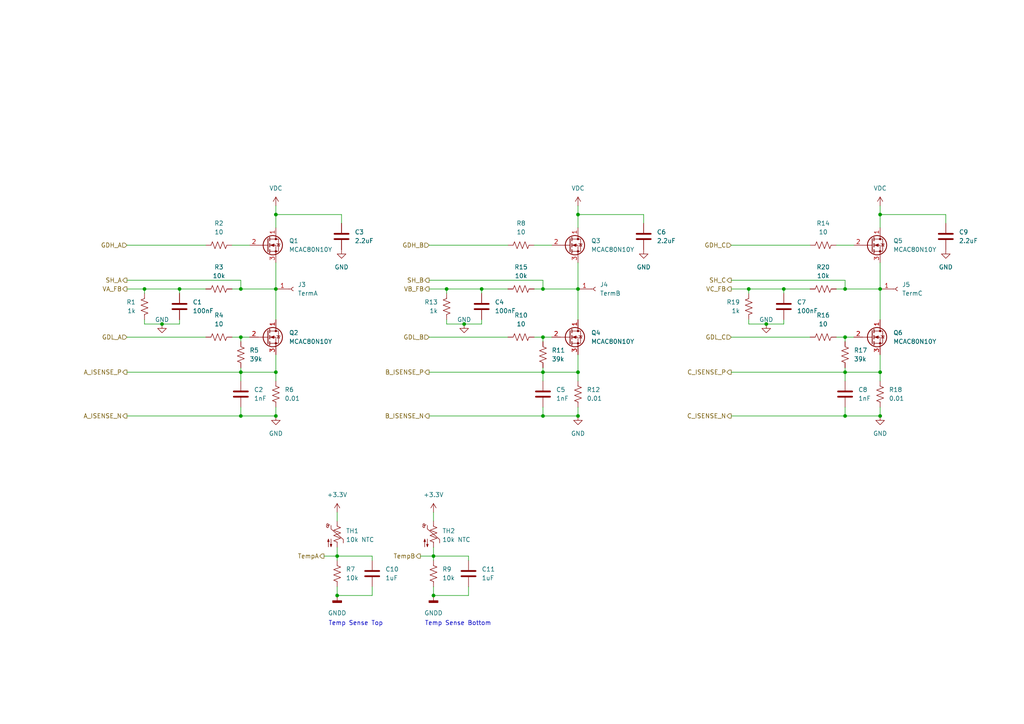
<source format=kicad_sch>
(kicad_sch (version 20211123) (generator eeschema)
  (paper "A4")
  (lib_symbols
    (symbol "Connector:Conn_01x01_Female" (pin_names (offset 1.016) hide)
      (property "Reference" "J" (at 0 2.54 0))
      (property "Value" "Conn_01x01_Female" (at 0 -2.54 0))
      (symbol "Conn_01x01_Female_1_1"
        (polyline (pts (xy -1.27 0) (xy -0.508 0)) (stroke (width 0.1524)))
        (arc (start 0 0.508) (mid -0.508 0) (end 0 -0.508) (stroke (width 0.1524)))
        (pin passive line (at -5.08 0 0) (length 3.81) (name "Pin_1") (number "1"))
      )
    )
    (symbol "Device:C" (pin_numbers hide) (pin_names (offset 0.254))
      (property "Reference" "C" (at 0.635 2.54 0))
      (property "Value" "C" (at 0.635 -2.54 0))
      (symbol "C_0_1"
        (polyline (pts (xy -2.032 -0.762) (xy 2.032 -0.762)) (stroke (width 0.508)))
        (polyline (pts (xy -2.032 0.762) (xy 2.032 0.762)) (stroke (width 0.508)))
      )
      (symbol "C_1_1"
        (pin passive line (at 0 3.81 270) (length 2.794) (name "~") (number "1"))
        (pin passive line (at 0 -3.81 90) (length 2.794) (name "~") (number "2"))
      )
    )
    (symbol "Device:R_US" (pin_numbers hide) (pin_names (offset 0))
      (property "Reference" "R" (at 2.54 0 90))
      (property "Value" "R_US" (at -2.54 0 90))
      (symbol "R_US_0_1"
        (polyline (pts (xy 0 -2.286) (xy 0 -2.54)))
        (polyline (pts (xy 0 2.286) (xy 0 2.54)))
        (polyline (pts (xy 0 -0.762) (xy 1.016 -1.143) (xy 0 -1.524) (xy -1.016 -1.905) (xy 0 -2.286)))
        (polyline (pts (xy 0 0.762) (xy 1.016 0.381) (xy 0 0) (xy -1.016 -0.381) (xy 0 -0.762)))
        (polyline (pts (xy 0 2.286) (xy 1.016 1.905) (xy 0 1.524) (xy -1.016 1.143) (xy 0 0.762)))
      )
      (symbol "R_US_1_1"
        (pin passive line (at 0 3.81 270) (length 1.27) (name "~") (number "1"))
        (pin passive line (at 0 -3.81 90) (length 1.27) (name "~") (number "2"))
      )
    )
    (symbol "Device:Thermistor_NTC_US" (pin_numbers hide) (pin_names (offset 0))
      (property "Reference" "TH" (at -4.445 0 90))
      (property "Value" "Thermistor_NTC_US" (at 3.175 0 90))
      (symbol "Thermistor_NTC_US_0_1"
        (arc (start -3.048 2.159) (mid -3.0495 2.3143) (end -3.175 2.413))
        (arc (start -3.048 2.159) (mid -2.9736 1.9794) (end -2.794 1.905))
        (arc (start -3.048 2.794) (mid -2.9736 2.6144) (end -2.794 2.54))
        (arc (start -2.794 1.905) (mid -2.6144 1.9794) (end -2.54 2.159))
        (arc (start -2.794 2.54) (mid -2.4393 2.5587) (end -2.159 2.794))
        (arc (start -2.794 3.048) (mid -2.9736 2.9736) (end -3.048 2.794))
        (arc (start -2.54 2.794) (mid -2.6144 2.9736) (end -2.794 3.048))
        (polyline (pts (xy -2.54 2.159) (xy -2.54 2.794)))
        (polyline (pts (xy 0 -2.286) (xy 0 -2.54)))
        (polyline (pts (xy 0 2.286) (xy 0 2.54)))
        (polyline (pts (xy -1.778 2.54) (xy -1.778 1.524) (xy 1.778 -1.524) (xy 1.778 -2.54)))
        (polyline (pts (xy 0 -0.762) (xy 1.016 -1.143) (xy 0 -1.524) (xy -1.016 -1.905) (xy 0 -2.286)))
        (polyline (pts (xy 0 0.762) (xy 1.016 0.381) (xy 0 0) (xy -1.016 -0.381) (xy 0 -0.762)))
        (polyline (pts (xy 0 2.286) (xy 1.016 1.905) (xy 0 1.524) (xy -1.016 1.143) (xy 0 0.762)))
        (polyline (pts (xy -2.54 -3.683) (xy -2.54 -1.397) (xy -2.794 -2.159) (xy -2.286 -2.159) (xy -2.54 -1.397) (xy -2.54 -1.651)) (fill (type outline)))
        (polyline (pts (xy -1.778 -1.397) (xy -1.778 -3.683) (xy -2.032 -2.921) (xy -1.524 -2.921) (xy -1.778 -3.683) (xy -1.778 -3.429)) (fill (type outline)))
      )
      (symbol "Thermistor_NTC_US_1_1"
        (pin passive line (at 0 3.81 270) (length 1.27) (name "~") (number "1"))
        (pin passive line (at 0 -3.81 90) (length 1.27) (name "~") (number "2"))
      )
    )
    (symbol "Project Mosfets:MCAC80N10Y" (pin_names (offset 0) hide)
      (property "Reference" "Q" (at 5.08 1.27 0))
      (property "Value" "MCAC80N10Y" (at 5.08 -1.27 0))
      (symbol "MCAC80N10Y_0_1"
        (polyline (pts (xy 0.254 0) (xy -2.54 0)))
        (polyline (pts (xy 0.254 1.905) (xy 0.254 -1.905)) (stroke (width 0.254)))
        (polyline (pts (xy 0.762 -1.27) (xy 0.762 -2.286)) (stroke (width 0.254)))
        (polyline (pts (xy 0.762 0.508) (xy 0.762 -0.508)) (stroke (width 0.254)))
        (polyline (pts (xy 0.762 2.286) (xy 0.762 1.27)) (stroke (width 0.254)))
        (polyline (pts (xy 2.54 2.54) (xy 2.54 1.778)))
        (polyline (pts (xy 2.54 -2.54) (xy 2.54 0) (xy 0.762 0)))
        (polyline (pts (xy 0.762 -1.778) (xy 3.302 -1.778) (xy 3.302 1.778) (xy 0.762 1.778)))
        (polyline (pts (xy 1.016 0) (xy 2.032 0.381) (xy 2.032 -0.381) (xy 1.016 0)) (fill (type outline)))
        (polyline (pts (xy 2.794 0.508) (xy 2.921 0.381) (xy 3.683 0.381) (xy 3.81 0.254)))
        (polyline (pts (xy 3.302 0.381) (xy 2.921 -0.254) (xy 3.683 -0.254) (xy 3.302 0.381)))
        (circle (center 1.651 0) (radius 2.794) (stroke (width 0.254)))
        (circle (center 2.54 -1.778) (radius 0.254) (fill (type outline)))
        (circle (center 2.54 1.778) (radius 0.254) (fill (type outline)))
      )
      (symbol "MCAC80N10Y_1_1"
        (pin passive line (at 2.54 5.08 270) (length 2.54) (name "D") (number "1"))
        (pin input line (at -5.08 0 0) (length 2.54) (name "G") (number "2"))
        (pin passive line (at 2.54 -5.08 90) (length 2.54) (name "S") (number "3"))
      )
    )
    (symbol "power:+3.3V" (power) (pin_names (offset 0))
      (property "Value" "+3.3V" (at 0 3.556 0))
      (symbol "+3.3V_0_1"
        (polyline (pts (xy -0.762 1.27) (xy 0 2.54)))
        (polyline (pts (xy 0 0) (xy 0 2.54)))
        (polyline (pts (xy 0 2.54) (xy 0.762 1.27)))
      )
      (symbol "+3.3V_1_1"
        (pin power_in line (at 0 0 90) (length 0) hide (name "+3.3V") (number "1"))
      )
    )
    (symbol "power:GND" (power) (pin_names (offset 0))
      (property "Value" "GND" (at 0 -3.81 0))
      (symbol "GND_0_1"
        (polyline (pts (xy 0 0) (xy 0 -1.27) (xy 1.27 -1.27) (xy 0 -2.54) (xy -1.27 -1.27) (xy 0 -1.27)))
      )
      (symbol "GND_1_1"
        (pin power_in line (at 0 0 270) (length 0) hide (name "GND") (number "1"))
      )
    )
    (symbol "power:GNDD" (power) (pin_names (offset 0))
      (property "Value" "GNDD" (at 0 -3.175 0))
      (symbol "GNDD_0_1"
        (rectangle (start -1.27 -1.524) (end 1.27 -2.032) (stroke (width 0.254)) (fill (type outline)))
        (polyline (pts (xy 0 0) (xy 0 -1.524)))
      )
      (symbol "GNDD_1_1"
        (pin power_in line (at 0 0 270) (length 0) hide (name "GNDD") (number "1"))
      )
    )
    (symbol "power:VDC" (power) (pin_names (offset 0))
      (property "Value" "VDC" (at 0 6.35 0))
      (symbol "VDC_0_1"
        (polyline (pts (xy -0.762 1.27) (xy 0 2.54)))
        (polyline (pts (xy 0 0) (xy 0 2.54)))
        (polyline (pts (xy 0 2.54) (xy 0.762 1.27)))
      )
      (symbol "VDC_1_1"
        (pin power_in line (at 0 0 90) (length 0) hide (name "VDC") (number "1"))
      )
    )
  )
  (junction (at 167.64 62.23))
  (junction (at 69.85 97.79))
  (junction (at 46.99 93.98))
  (junction (at 80.01 120.65))
  (junction (at 255.27 107.95))
  (junction (at 80.01 83.82))
  (junction (at 255.27 62.23))
  (junction (at 80.01 107.95))
  (junction (at 157.48 83.82))
  (junction (at 125.73 172.72))
  (junction (at 245.11 97.79))
  (junction (at 129.54 83.82))
  (junction (at 227.33 83.82))
  (junction (at 157.48 97.79))
  (junction (at 255.27 83.82))
  (junction (at 157.48 120.65))
  (junction (at 52.07 83.82))
  (junction (at 125.73 161.29))
  (junction (at 139.7 83.82))
  (junction (at 245.11 107.95))
  (junction (at 69.85 120.65))
  (junction (at 134.62 93.98))
  (junction (at 167.64 107.95))
  (junction (at 69.85 83.82))
  (junction (at 167.64 120.65))
  (junction (at 97.79 161.29))
  (junction (at 167.64 83.82))
  (junction (at 245.11 83.82))
  (junction (at 255.27 120.65))
  (junction (at 157.48 107.95))
  (junction (at 97.79 172.72))
  (junction (at 222.25 93.98))
  (junction (at 217.17 83.82))
  (junction (at 41.91 83.82))
  (junction (at 69.85 107.95))
  (junction (at 80.01 62.23))
  (junction (at 245.11 120.65))
  (wire (pts (xy 212.09 107.95) (xy 245.11 107.95)))
  (wire (pts (xy 129.54 93.98) (xy 134.62 93.98)))
  (wire (pts (xy 52.07 83.82) (xy 52.07 85.09)))
  (wire (pts (xy 135.89 170.18) (xy 135.89 172.72)))
  (wire (pts (xy 125.73 158.75) (xy 125.73 161.29)))
  (wire (pts (xy 124.46 120.65) (xy 157.48 120.65)))
  (wire (pts (xy 222.25 93.98) (xy 227.33 93.98)))
  (wire (pts (xy 212.09 71.12) (xy 234.95 71.12)))
  (wire (pts (xy 255.27 59.69) (xy 255.27 62.23)))
  (wire (pts (xy 129.54 83.82) (xy 139.7 83.82)))
  (wire (pts (xy 167.64 118.11) (xy 167.64 120.65)))
  (wire (pts (xy 167.64 76.2) (xy 167.64 83.82)))
  (wire (pts (xy 125.73 170.18) (xy 125.73 172.72)))
  (wire (pts (xy 124.46 71.12) (xy 147.32 71.12)))
  (wire (pts (xy 69.85 97.79) (xy 69.85 99.06)))
  (wire (pts (xy 41.91 83.82) (xy 52.07 83.82)))
  (wire (pts (xy 107.95 161.29) (xy 97.79 161.29)))
  (wire (pts (xy 167.64 83.82) (xy 167.64 92.71)))
  (wire (pts (xy 245.11 118.11) (xy 245.11 120.65)))
  (wire (pts (xy 242.57 83.82) (xy 245.11 83.82)))
  (wire (pts (xy 129.54 92.71) (xy 129.54 93.98)))
  (wire (pts (xy 157.48 118.11) (xy 157.48 120.65)))
  (wire (pts (xy 69.85 97.79) (xy 72.39 97.79)))
  (wire (pts (xy 36.83 97.79) (xy 59.69 97.79)))
  (wire (pts (xy 157.48 107.95) (xy 167.64 107.95)))
  (wire (pts (xy 107.95 170.18) (xy 107.95 172.72)))
  (wire (pts (xy 245.11 97.79) (xy 245.11 99.06)))
  (wire (pts (xy 167.64 107.95) (xy 167.64 102.87)))
  (wire (pts (xy 217.17 83.82) (xy 217.17 85.09)))
  (wire (pts (xy 52.07 83.82) (xy 59.69 83.82)))
  (wire (pts (xy 125.73 161.29) (xy 125.73 162.56)))
  (wire (pts (xy 80.01 76.2) (xy 80.01 83.82)))
  (wire (pts (xy 80.01 107.95) (xy 80.01 102.87)))
  (wire (pts (xy 157.48 106.68) (xy 157.48 107.95)))
  (wire (pts (xy 107.95 172.72) (xy 97.79 172.72)))
  (wire (pts (xy 135.89 161.29) (xy 125.73 161.29)))
  (wire (pts (xy 80.01 107.95) (xy 80.01 110.49)))
  (wire (pts (xy 67.31 71.12) (xy 72.39 71.12)))
  (wire (pts (xy 80.01 118.11) (xy 80.01 120.65)))
  (wire (pts (xy 69.85 83.82) (xy 80.01 83.82)))
  (wire (pts (xy 167.64 59.69) (xy 167.64 62.23)))
  (wire (pts (xy 36.83 107.95) (xy 69.85 107.95)))
  (wire (pts (xy 167.64 107.95) (xy 167.64 110.49)))
  (wire (pts (xy 186.69 62.23) (xy 186.69 64.77)))
  (wire (pts (xy 124.46 81.28) (xy 157.48 81.28)))
  (wire (pts (xy 80.01 59.69) (xy 80.01 62.23)))
  (wire (pts (xy 212.09 83.82) (xy 217.17 83.82)))
  (wire (pts (xy 124.46 97.79) (xy 147.32 97.79)))
  (wire (pts (xy 245.11 107.95) (xy 255.27 107.95)))
  (wire (pts (xy 255.27 66.04) (xy 255.27 62.23)))
  (wire (pts (xy 99.06 62.23) (xy 99.06 64.77)))
  (wire (pts (xy 212.09 81.28) (xy 245.11 81.28)))
  (wire (pts (xy 46.99 93.98) (xy 52.07 93.98)))
  (wire (pts (xy 124.46 107.95) (xy 157.48 107.95)))
  (wire (pts (xy 135.89 162.56) (xy 135.89 161.29)))
  (wire (pts (xy 217.17 93.98) (xy 222.25 93.98)))
  (wire (pts (xy 157.48 97.79) (xy 157.48 99.06)))
  (wire (pts (xy 212.09 120.65) (xy 245.11 120.65)))
  (wire (pts (xy 245.11 97.79) (xy 247.65 97.79)))
  (wire (pts (xy 242.57 97.79) (xy 245.11 97.79)))
  (wire (pts (xy 80.01 83.82) (xy 80.01 92.71)))
  (wire (pts (xy 157.48 120.65) (xy 167.64 120.65)))
  (wire (pts (xy 135.89 172.72) (xy 125.73 172.72)))
  (wire (pts (xy 139.7 93.98) (xy 139.7 92.71)))
  (wire (pts (xy 245.11 81.28) (xy 245.11 83.82)))
  (wire (pts (xy 69.85 107.95) (xy 69.85 110.49)))
  (wire (pts (xy 121.92 161.29) (xy 125.73 161.29)))
  (wire (pts (xy 67.31 83.82) (xy 69.85 83.82)))
  (wire (pts (xy 69.85 81.28) (xy 69.85 83.82)))
  (wire (pts (xy 227.33 93.98) (xy 227.33 92.71)))
  (wire (pts (xy 212.09 97.79) (xy 234.95 97.79)))
  (wire (pts (xy 129.54 83.82) (xy 129.54 85.09)))
  (wire (pts (xy 242.57 71.12) (xy 247.65 71.12)))
  (wire (pts (xy 97.79 170.18) (xy 97.79 172.72)))
  (wire (pts (xy 52.07 93.98) (xy 52.07 92.71)))
  (wire (pts (xy 154.94 83.82) (xy 157.48 83.82)))
  (wire (pts (xy 255.27 62.23) (xy 274.32 62.23)))
  (wire (pts (xy 217.17 83.82) (xy 227.33 83.82)))
  (wire (pts (xy 97.79 148.59) (xy 97.79 151.13)))
  (wire (pts (xy 255.27 107.95) (xy 255.27 102.87)))
  (wire (pts (xy 36.83 83.82) (xy 41.91 83.82)))
  (wire (pts (xy 36.83 71.12) (xy 59.69 71.12)))
  (wire (pts (xy 157.48 81.28) (xy 157.48 83.82)))
  (wire (pts (xy 245.11 106.68) (xy 245.11 107.95)))
  (wire (pts (xy 167.64 62.23) (xy 186.69 62.23)))
  (wire (pts (xy 97.79 158.75) (xy 97.79 161.29)))
  (wire (pts (xy 69.85 107.95) (xy 80.01 107.95)))
  (wire (pts (xy 245.11 120.65) (xy 255.27 120.65)))
  (wire (pts (xy 227.33 83.82) (xy 234.95 83.82)))
  (wire (pts (xy 139.7 83.82) (xy 139.7 85.09)))
  (wire (pts (xy 41.91 92.71) (xy 41.91 93.98)))
  (wire (pts (xy 41.91 83.82) (xy 41.91 85.09)))
  (wire (pts (xy 255.27 118.11) (xy 255.27 120.65)))
  (wire (pts (xy 93.98 161.29) (xy 97.79 161.29)))
  (wire (pts (xy 80.01 62.23) (xy 99.06 62.23)))
  (wire (pts (xy 157.48 83.82) (xy 167.64 83.82)))
  (wire (pts (xy 227.33 83.82) (xy 227.33 85.09)))
  (wire (pts (xy 274.32 62.23) (xy 274.32 64.77)))
  (wire (pts (xy 255.27 76.2) (xy 255.27 83.82)))
  (wire (pts (xy 80.01 66.04) (xy 80.01 62.23)))
  (wire (pts (xy 157.48 97.79) (xy 160.02 97.79)))
  (wire (pts (xy 245.11 83.82) (xy 255.27 83.82)))
  (wire (pts (xy 107.95 162.56) (xy 107.95 161.29)))
  (wire (pts (xy 36.83 81.28) (xy 69.85 81.28)))
  (wire (pts (xy 41.91 93.98) (xy 46.99 93.98)))
  (wire (pts (xy 154.94 97.79) (xy 157.48 97.79)))
  (wire (pts (xy 36.83 120.65) (xy 69.85 120.65)))
  (wire (pts (xy 245.11 107.95) (xy 245.11 110.49)))
  (wire (pts (xy 69.85 120.65) (xy 80.01 120.65)))
  (wire (pts (xy 139.7 83.82) (xy 147.32 83.82)))
  (wire (pts (xy 69.85 118.11) (xy 69.85 120.65)))
  (wire (pts (xy 97.79 161.29) (xy 97.79 162.56)))
  (wire (pts (xy 124.46 83.82) (xy 129.54 83.82)))
  (wire (pts (xy 255.27 83.82) (xy 255.27 92.71)))
  (wire (pts (xy 134.62 93.98) (xy 139.7 93.98)))
  (wire (pts (xy 217.17 92.71) (xy 217.17 93.98)))
  (wire (pts (xy 255.27 107.95) (xy 255.27 110.49)))
  (wire (pts (xy 67.31 97.79) (xy 69.85 97.79)))
  (wire (pts (xy 69.85 106.68) (xy 69.85 107.95)))
  (wire (pts (xy 167.64 66.04) (xy 167.64 62.23)))
  (wire (pts (xy 125.73 148.59) (xy 125.73 151.13)))
  (wire (pts (xy 154.94 71.12) (xy 160.02 71.12)))
  (wire (pts (xy 157.48 107.95) (xy 157.48 110.49)))
  (text "Temp Sense Top" (at 95.25 181.61 0) (effects (font (size 1.27 1.27)) (justify left bottom)))
  (text "Temp Sense Bottom" (at 123.19 181.61 0) (effects (font (size 1.27 1.27)) (justify left bottom)))
  (hierarchical_label "GDH_C" (shape input) (at 212.09 71.12 180))
  (hierarchical_label "C_ISENSE_P" (shape output) (at 212.09 107.95 180))
  (hierarchical_label "GDL_B" (shape input) (at 124.46 97.79 180))
  (hierarchical_label "B_ISENSE_P" (shape output) (at 124.46 107.95 180))
  (hierarchical_label "TempB" (shape output) (at 121.92 161.29 180))
  (hierarchical_label "VA_FB" (shape output) (at 36.83 83.82 180))
  (hierarchical_label "A_ISENSE_P" (shape output) (at 36.83 107.95 180))
  (hierarchical_label "VB_FB" (shape output) (at 124.46 83.82 180))
  (hierarchical_label "SH_B" (shape output) (at 124.46 81.28 180))
  (hierarchical_label "VC_FB" (shape output) (at 212.09 83.82 180))
  (hierarchical_label "C_ISENSE_N" (shape output) (at 212.09 120.65 180))
  (hierarchical_label "GDH_A" (shape input) (at 36.83 71.12 180))
  (hierarchical_label "GDL_A" (shape input) (at 36.83 97.79 180))
  (hierarchical_label "GDL_C" (shape input) (at 212.09 97.79 180))
  (hierarchical_label "TempA" (shape output) (at 93.98 161.29 180))
  (hierarchical_label "SH_C" (shape output) (at 212.09 81.28 180))
  (hierarchical_label "SH_A" (shape output) (at 36.83 81.28 180))
  (hierarchical_label "GDH_B" (shape input) (at 124.46 71.12 180))
  (hierarchical_label "B_ISENSE_N" (shape output) (at 124.46 120.65 180))
  (hierarchical_label "A_ISENSE_N" (shape output) (at 36.83 120.65 180))
  (symbol (lib_id "Device:R_US") (at 69.85 102.87 0) (unit 1)
    (property "Reference" "R5" (at 72.39 101.5999 0) (effects (justify left)))
    (property "Value" "39k" (at 72.39 104.1399 0) (effects (justify left)))
    (property "Footprint" "Resistor_SMD:R_0402_1005Metric" (effects hide))
    (property "JLCPCB" "C25783" (effects hide))
  )
  (symbol (lib_id "Device:C") (at 186.69 68.58 0) (unit 1)
    (property "Reference" "C6" (at 190.5 67.3099 0) (effects (justify left)))
    (property "Value" "2.2uF" (at 190.5 69.8499 0) (effects (justify left)))
    (property "Footprint" "Capacitor_SMD:C_0805_2012Metric" (effects hide))
    (property "JLCPCB" "C49217" (effects hide))
  )
  (symbol (lib_id "Device:R_US") (at 41.91 88.9 0) (mirror x) (unit 1)
    (property "Reference" "R1" (at 39.37 87.6299 0) (effects (justify right)))
    (property "Value" "1k" (at 39.37 90.1699 0) (effects (justify right)))
    (property "Footprint" "Resistor_SMD:R_0402_1005Metric" (effects hide))
    (property "JLCPCB" "C11702" (effects hide))
  )
  (symbol (lib_id "Project Mosfets:MCAC80N10Y") (at 165.1 97.79 0) (unit 1)
    (property "Reference" "Q4" (at 171.45 96.5199 0) (effects (justify left)))
    (property "Value" "MCAC80N10Y" (at 171.45 99.0599 0) (effects (justify left)))
    (property "Footprint" "Project Mosfets:TRANS_BSC076N06NS3-G" (effects hide))
    (property "Datasheet" "https://www.mccsemi.com/pdf/Products/MCAC80N10Y(DFN5060).pdf" (effects hide))
    (property "DigiKey" "353-MCAC80N10Y-TPCT-ND" (effects hide))
  )
  (symbol (lib_id "Device:R_US") (at 151.13 83.82 90) (unit 1)
    (property "Reference" "R15" (at 151.13 77.47 90))
    (property "Value" "10k" (at 151.13 80.01 90))
    (property "Footprint" "Resistor_SMD:R_0402_1005Metric" (effects hide))
    (property "JLCPCB" "C25744" (effects hide))
  )
  (symbol (lib_id "power:GND") (at 167.64 120.65 0) (unit 1)
    (property "Reference" "#PWR07" (effects hide))
    (property "Value" "GND" (at 167.64 125.73 0))
  )
  (symbol (lib_id "Project Mosfets:MCAC80N10Y") (at 165.1 71.12 0) (unit 1)
    (property "Reference" "Q3" (at 171.45 69.8499 0) (effects (justify left)))
    (property "Value" "MCAC80N10Y" (at 171.45 72.3899 0) (effects (justify left)))
    (property "Footprint" "Project Mosfets:TRANS_BSC076N06NS3-G" (effects hide))
    (property "Datasheet" "https://www.mccsemi.com/pdf/Products/MCAC80N10Y(DFN5060).pdf" (effects hide))
    (property "DigiKey" "353-MCAC80N10Y-TPCT-ND" (effects hide))
  )
  (symbol (lib_id "Device:R_US") (at 63.5 71.12 90) (unit 1)
    (property "Reference" "R2" (at 63.5 64.77 90))
    (property "Value" "10" (at 63.5 67.31 90))
    (property "Footprint" "Resistor_SMD:R_0402_1005Metric" (effects hide))
    (property "JLCPCB" "C25077" (effects hide))
  )
  (symbol (lib_id "Device:R_US") (at 80.01 114.3 0) (unit 1)
    (property "Reference" "R6" (at 82.55 113.0299 0) (effects (justify left)))
    (property "Value" "0.01" (at 82.55 115.5699 0) (effects (justify left)))
    (property "Footprint" "Resistor_SMD:R_2512_6332Metric" (effects hide))
    (property "DigiKey" "CRA2512-FZ-R010ELFCT-ND" (effects hide))
  )
  (symbol (lib_id "Device:Thermistor_NTC_US") (at 125.73 154.94 0) (unit 1)
    (property "Reference" "TH2" (at 128.27 153.9874 0) (effects (justify left)))
    (property "Value" "10k NTC" (at 128.27 156.5274 0) (effects (justify left)))
    (property "Footprint" "Resistor_SMD:R_0402_1005Metric" (effects hide))
    (property "DigiKey" "445-2550-1-ND" (effects hide))
  )
  (symbol (lib_id "Device:C") (at 274.32 68.58 0) (unit 1)
    (property "Reference" "C9" (at 278.13 67.3099 0) (effects (justify left)))
    (property "Value" "2.2uF" (at 278.13 69.8499 0) (effects (justify left)))
    (property "Footprint" "Capacitor_SMD:C_0805_2012Metric" (effects hide))
    (property "JLCPCB" "C49217" (effects hide))
  )
  (symbol (lib_id "power:+3.3V") (at 125.73 148.59 0) (unit 1)
    (property "Reference" "#PWR015" (effects hide))
    (property "Value" "+3.3V" (at 125.73 143.51 0))
  )
  (symbol (lib_id "Project Mosfets:MCAC80N10Y") (at 252.73 71.12 0) (unit 1)
    (property "Reference" "Q5" (at 259.08 69.8499 0) (effects (justify left)))
    (property "Value" "MCAC80N10Y" (at 259.08 72.3899 0) (effects (justify left)))
    (property "Footprint" "Project Mosfets:TRANS_BSC076N06NS3-G" (effects hide))
    (property "Datasheet" "https://www.mccsemi.com/pdf/Products/MCAC80N10Y(DFN5060).pdf" (effects hide))
    (property "DigiKey" "353-MCAC80N10Y-TPCT-ND" (effects hide))
  )
  (symbol (lib_id "Project Mosfets:MCAC80N10Y") (at 77.47 71.12 0) (unit 1)
    (property "Reference" "Q1" (at 83.82 69.8499 0) (effects (justify left)))
    (property "Value" "MCAC80N10Y" (at 83.82 72.3899 0) (effects (justify left)))
    (property "Footprint" "Project Mosfets:TRANS_BSC076N06NS3-G" (effects hide))
    (property "Datasheet" "https://www.mccsemi.com/pdf/Products/MCAC80N10Y(DFN5060).pdf" (effects hide))
    (property "DigiKey" "353-MCAC80N10Y-TPCT-ND" (effects hide))
  )
  (symbol (lib_id "Device:R_US") (at 217.17 88.9 0) (mirror x) (unit 1)
    (property "Reference" "R19" (at 214.63 87.6299 0) (effects (justify right)))
    (property "Value" "1k" (at 214.63 90.1699 0) (effects (justify right)))
    (property "Footprint" "Resistor_SMD:R_0402_1005Metric" (effects hide))
    (property "JLCPCB" "C11702" (effects hide))
  )
  (symbol (lib_id "Device:R_US") (at 125.73 166.37 0) (unit 1)
    (property "Reference" "R9" (at 128.27 165.0999 0) (effects (justify left)))
    (property "Value" "10k" (at 128.27 167.6399 0) (effects (justify left)))
    (property "Footprint" "Resistor_SMD:R_0402_1005Metric" (effects hide))
    (property "JLCPCB" "C25744" (effects hide))
  )
  (symbol (lib_id "power:VDC") (at 80.01 59.69 0) (unit 1)
    (property "Reference" "#PWR02" (effects hide))
    (property "Value" "VDC" (at 80.01 54.61 0))
  )
  (symbol (lib_id "Project Mosfets:MCAC80N10Y") (at 252.73 97.79 0) (unit 1)
    (property "Reference" "Q6" (at 259.08 96.5199 0) (effects (justify left)))
    (property "Value" "MCAC80N10Y" (at 259.08 99.0599 0) (effects (justify left)))
    (property "Footprint" "Project Mosfets:TRANS_BSC076N06NS3-G" (effects hide))
    (property "Datasheet" "https://www.mccsemi.com/pdf/Products/MCAC80N10Y(DFN5060).pdf" (effects hide))
    (property "DigiKey" "353-MCAC80N10Y-TPCT-ND" (effects hide))
  )
  (symbol (lib_id "Connector:Conn_01x01_Female") (at 172.72 83.82 0) (unit 1)
    (property "Reference" "J4" (at 173.99 82.5499 0) (effects (justify left)))
    (property "Value" "TermB" (at 173.99 85.0899 0) (effects (justify left)))
    (property "Footprint" "TestPoint:TestPoint_Pad_4.0x4.0mm" (effects hide))
    (property "DigiKey" "N/A" (effects hide))
  )
  (symbol (lib_id "power:GND") (at 274.32 72.39 0) (unit 1)
    (property "Reference" "#PWR012" (effects hide))
    (property "Value" "GND" (at 274.32 77.47 0))
  )
  (symbol (lib_id "Device:C") (at 157.48 114.3 0) (unit 1)
    (property "Reference" "C5" (at 161.29 113.0299 0) (effects (justify left)))
    (property "Value" "1nF" (at 161.29 115.5699 0) (effects (justify left)))
    (property "Footprint" "Capacitor_SMD:C_0603_1608Metric" (effects hide))
    (property "JLCPCB" "C1588" (effects hide))
  )
  (symbol (lib_id "Device:R_US") (at 238.76 83.82 90) (unit 1)
    (property "Reference" "R20" (at 238.76 77.47 90))
    (property "Value" "10k" (at 238.76 80.01 90))
    (property "Footprint" "Resistor_SMD:R_0402_1005Metric" (effects hide))
    (property "JLCPCB" "C25744" (effects hide))
  )
  (symbol (lib_id "Device:C") (at 227.33 88.9 0) (unit 1)
    (property "Reference" "C7" (at 231.14 87.6299 0) (effects (justify left)))
    (property "Value" "100nF" (at 231.14 90.1699 0) (effects (justify left)))
    (property "Footprint" "Capacitor_SMD:C_0402_1005Metric" (effects hide))
    (property "JLCPCB" "C307331" (effects hide))
  )
  (symbol (lib_id "Device:R_US") (at 238.76 97.79 90) (unit 1)
    (property "Reference" "R16" (at 238.76 91.44 90))
    (property "Value" "10" (at 238.76 93.98 90))
    (property "Footprint" "Resistor_SMD:R_0402_1005Metric" (effects hide))
    (property "JLCPCB" "C25077" (effects hide))
  )
  (symbol (lib_id "Device:C") (at 107.95 166.37 0) (unit 1)
    (property "Reference" "C10" (at 111.76 165.0999 0) (effects (justify left)))
    (property "Value" "1uF" (at 111.76 167.6399 0) (effects (justify left)))
    (property "Footprint" "Capacitor_SMD:C_0402_1005Metric" (effects hide))
    (property "JLCPCB" "C52923" (effects hide))
  )
  (symbol (lib_id "Device:C") (at 245.11 114.3 0) (unit 1)
    (property "Reference" "C8" (at 248.92 113.0299 0) (effects (justify left)))
    (property "Value" "1nF" (at 248.92 115.5699 0) (effects (justify left)))
    (property "Footprint" "Capacitor_SMD:C_0603_1608Metric" (effects hide))
    (property "JLCPCB" "C1588" (effects hide))
  )
  (symbol (lib_id "Device:C") (at 99.06 68.58 0) (unit 1)
    (property "Reference" "C3" (at 102.87 67.3099 0) (effects (justify left)))
    (property "Value" "2.2uF" (at 102.87 69.8499 0) (effects (justify left)))
    (property "Footprint" "Capacitor_SMD:C_0805_2012Metric" (effects hide))
    (property "JLCPCB" "C49217" (effects hide))
  )
  (symbol (lib_id "Project Mosfets:MCAC80N10Y") (at 77.47 97.79 0) (unit 1)
    (property "Reference" "Q2" (at 83.82 96.5199 0) (effects (justify left)))
    (property "Value" "MCAC80N10Y" (at 83.82 99.0599 0) (effects (justify left)))
    (property "Footprint" "Project Mosfets:TRANS_BSC076N06NS3-G" (effects hide))
    (property "Datasheet" "https://www.mccsemi.com/pdf/Products/MCAC80N10Y(DFN5060).pdf" (effects hide))
    (property "DigiKey" "353-MCAC80N10Y-TPCT-ND" (effects hide))
  )
  (symbol (lib_id "Device:R_US") (at 151.13 71.12 90) (unit 1)
    (property "Reference" "R8" (at 151.13 64.77 90))
    (property "Value" "10" (at 151.13 67.31 90))
    (property "Footprint" "Resistor_SMD:R_0402_1005Metric" (effects hide))
    (property "JLCPCB" "C25077" (effects hide))
  )
  (symbol (lib_id "power:GND") (at 134.62 93.98 0) (unit 1)
    (property "Reference" "#PWR05" (effects hide))
    (property "Value" "GND" (at 134.62 92.71 0))
  )
  (symbol (lib_id "Device:R_US") (at 151.13 97.79 90) (unit 1)
    (property "Reference" "R10" (at 151.13 91.44 90))
    (property "Value" "10" (at 151.13 93.98 90))
    (property "Footprint" "Resistor_SMD:R_0402_1005Metric" (effects hide))
    (property "JLCPCB" "C25077" (effects hide))
  )
  (symbol (lib_id "Device:Thermistor_NTC_US") (at 97.79 154.94 0) (unit 1)
    (property "Reference" "TH1" (at 100.33 153.9874 0) (effects (justify left)))
    (property "Value" "10k NTC" (at 100.33 156.5274 0) (effects (justify left)))
    (property "Footprint" "Resistor_SMD:R_0402_1005Metric" (effects hide))
    (property "DigiKey" "445-2550-1-ND" (effects hide))
  )
  (symbol (lib_id "Device:C") (at 139.7 88.9 0) (unit 1)
    (property "Reference" "C4" (at 143.51 87.6299 0) (effects (justify left)))
    (property "Value" "100nF" (at 143.51 90.1699 0) (effects (justify left)))
    (property "Footprint" "Capacitor_SMD:C_0402_1005Metric" (effects hide))
    (property "JLCPCB" "C307331" (effects hide))
  )
  (symbol (lib_id "power:GND") (at 80.01 120.65 0) (unit 1)
    (property "Reference" "#PWR03" (effects hide))
    (property "Value" "GND" (at 80.01 125.73 0))
  )
  (symbol (lib_id "Device:C") (at 69.85 114.3 0) (unit 1)
    (property "Reference" "C2" (at 73.66 113.0299 0) (effects (justify left)))
    (property "Value" "1nF" (at 73.66 115.5699 0) (effects (justify left)))
    (property "Footprint" "Capacitor_SMD:C_0603_1608Metric" (effects hide))
    (property "JLCPCB" "C1588" (effects hide))
  )
  (symbol (lib_id "Connector:Conn_01x01_Female") (at 260.35 83.82 0) (unit 1)
    (property "Reference" "J5" (at 261.62 82.5499 0) (effects (justify left)))
    (property "Value" "TermC" (at 261.62 85.0899 0) (effects (justify left)))
    (property "Footprint" "TestPoint:TestPoint_Pad_4.0x4.0mm" (effects hide))
    (property "DigiKey" "N/A" (effects hide))
  )
  (symbol (lib_id "power:GND") (at 222.25 93.98 0) (unit 1)
    (property "Reference" "#PWR09" (effects hide))
    (property "Value" "GND" (at 222.25 92.71 0))
  )
  (symbol (lib_id "power:GND") (at 46.99 93.98 0) (unit 1)
    (property "Reference" "#PWR01" (effects hide))
    (property "Value" "GND" (at 46.99 92.71 0))
  )
  (symbol (lib_id "Device:R_US") (at 157.48 102.87 0) (unit 1)
    (property "Reference" "R11" (at 160.02 101.5999 0) (effects (justify left)))
    (property "Value" "39k" (at 160.02 104.1399 0) (effects (justify left)))
    (property "Footprint" "Resistor_SMD:R_0402_1005Metric" (effects hide))
    (property "JLCPCB" "C25783" (effects hide))
  )
  (symbol (lib_id "Device:R_US") (at 167.64 114.3 0) (unit 1)
    (property "Reference" "R12" (at 170.18 113.0299 0) (effects (justify left)))
    (property "Value" "0.01" (at 170.18 115.5699 0) (effects (justify left)))
    (property "Footprint" "Resistor_SMD:R_2512_6332Metric" (effects hide))
    (property "DigiKey" "CRA2512-FZ-R010ELFCT-ND" (effects hide))
  )
  (symbol (lib_id "Device:R_US") (at 238.76 71.12 90) (unit 1)
    (property "Reference" "R14" (at 238.76 64.77 90))
    (property "Value" "10" (at 238.76 67.31 90))
    (property "Footprint" "Resistor_SMD:R_0402_1005Metric" (effects hide))
    (property "JLCPCB" "C25077" (effects hide))
  )
  (symbol (lib_id "Device:R_US") (at 245.11 102.87 0) (unit 1)
    (property "Reference" "R17" (at 247.65 101.5999 0) (effects (justify left)))
    (property "Value" "39k" (at 247.65 104.1399 0) (effects (justify left)))
    (property "Footprint" "Resistor_SMD:R_0402_1005Metric" (effects hide))
    (property "JLCPCB" "C25783" (effects hide))
  )
  (symbol (lib_id "Device:R_US") (at 63.5 97.79 90) (unit 1)
    (property "Reference" "R4" (at 63.5 91.44 90))
    (property "Value" "10" (at 63.5 93.98 90))
    (property "Footprint" "Resistor_SMD:R_0402_1005Metric" (effects hide))
    (property "JLCPCB" "C25077" (effects hide))
  )
  (symbol (lib_id "power:VDC") (at 167.64 59.69 0) (unit 1)
    (property "Reference" "#PWR06" (effects hide))
    (property "Value" "VDC" (at 167.64 54.61 0))
  )
  (symbol (lib_id "Connector:Conn_01x01_Female") (at 85.09 83.82 0) (unit 1)
    (property "Reference" "J3" (at 86.36 82.5499 0) (effects (justify left)))
    (property "Value" "TermA" (at 86.36 85.0899 0) (effects (justify left)))
    (property "Footprint" "TestPoint:TestPoint_Pad_4.0x4.0mm" (effects hide))
    (property "DigiKey" "N/A" (effects hide))
  )
  (symbol (lib_id "power:GND") (at 255.27 120.65 0) (unit 1)
    (property "Reference" "#PWR011" (effects hide))
    (property "Value" "GND" (at 255.27 125.73 0))
  )
  (symbol (lib_id "Device:R_US") (at 63.5 83.82 90) (unit 1)
    (property "Reference" "R3" (at 63.5 77.47 90))
    (property "Value" "10k" (at 63.5 80.01 90))
    (property "Footprint" "Resistor_SMD:R_0402_1005Metric" (effects hide))
    (property "JLCPCB" "C25744" (effects hide))
  )
  (symbol (lib_id "Device:R_US") (at 129.54 88.9 0) (mirror x) (unit 1)
    (property "Reference" "R13" (at 127 87.6299 0) (effects (justify right)))
    (property "Value" "1k" (at 127 90.1699 0) (effects (justify right)))
    (property "Footprint" "Resistor_SMD:R_0402_1005Metric" (effects hide))
    (property "JLCPCB" "C11702" (effects hide))
  )
  (symbol (lib_id "power:GNDD") (at 125.73 172.72 0) (unit 1)
    (property "Reference" "#PWR016" (effects hide))
    (property "Value" "GNDD" (at 125.73 177.8 0))
  )
  (symbol (lib_id "power:GND") (at 99.06 72.39 0) (unit 1)
    (property "Reference" "#PWR04" (effects hide))
    (property "Value" "GND" (at 99.06 77.47 0))
  )
  (symbol (lib_id "Device:C") (at 135.89 166.37 0) (unit 1)
    (property "Reference" "C11" (at 139.7 165.0999 0) (effects (justify left)))
    (property "Value" "1uF" (at 139.7 167.6399 0) (effects (justify left)))
    (property "Footprint" "Capacitor_SMD:C_0402_1005Metric" (effects hide))
    (property "JLCPCB" "C52923" (effects hide))
  )
  (symbol (lib_id "power:GND") (at 186.69 72.39 0) (unit 1)
    (property "Reference" "#PWR08" (effects hide))
    (property "Value" "GND" (at 186.69 77.47 0))
  )
  (symbol (lib_id "power:GNDD") (at 97.79 172.72 0) (unit 1)
    (property "Reference" "#PWR014" (effects hide))
    (property "Value" "GNDD" (at 97.79 177.8 0))
  )
  (symbol (lib_id "Device:R_US") (at 255.27 114.3 0) (unit 1)
    (property "Reference" "R18" (at 257.81 113.0299 0) (effects (justify left)))
    (property "Value" "0.01" (at 257.81 115.5699 0) (effects (justify left)))
    (property "Footprint" "Resistor_SMD:R_2512_6332Metric" (effects hide))
    (property "DigiKey" "CRA2512-FZ-R010ELFCT-ND" (effects hide))
  )
  (symbol (lib_id "power:VDC") (at 255.27 59.69 0) (unit 1)
    (property "Reference" "#PWR010" (effects hide))
    (property "Value" "VDC" (at 255.27 54.61 0))
  )
  (symbol (lib_id "Device:R_US") (at 97.79 166.37 0) (unit 1)
    (property "Reference" "R7" (at 100.33 165.0999 0) (effects (justify left)))
    (property "Value" "10k" (at 100.33 167.6399 0) (effects (justify left)))
    (property "Footprint" "Resistor_SMD:R_0402_1005Metric" (effects hide))
    (property "JLCPCB" "C25744" (effects hide))
  )
  (symbol (lib_id "Device:C") (at 52.07 88.9 0) (unit 1)
    (property "Reference" "C1" (at 55.88 87.6299 0) (effects (justify left)))
    (property "Value" "100nF" (at 55.88 90.1699 0) (effects (justify left)))
    (property "Footprint" "Capacitor_SMD:C_0402_1005Metric" (effects hide))
    (property "JLCPCB" "C307331" (effects hide))
  )
  (symbol (lib_id "power:+3.3V") (at 97.79 148.59 0) (unit 1)
    (property "Reference" "#PWR013" (effects hide))
    (property "Value" "+3.3V" (at 97.79 143.51 0))
  )
)
</source>
